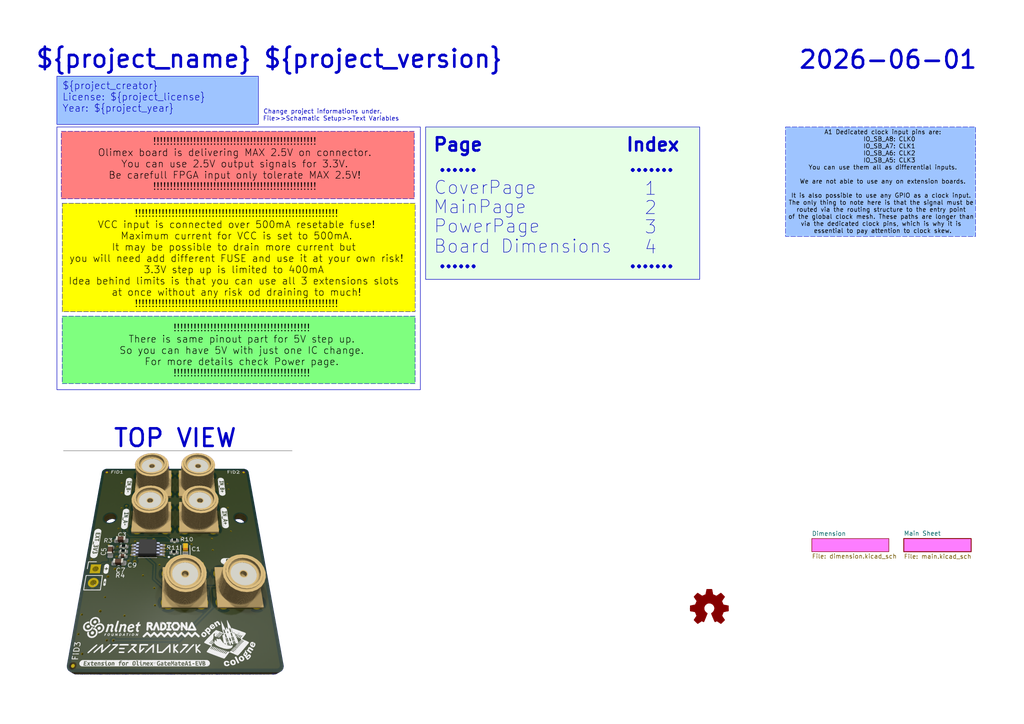
<source format=kicad_sch>
(kicad_sch (version 20250114) (generator "eeschema") (generator_version "9.0")
  (paper "A4")
  (title_block (title "${project_name} ${project_version}") (date "2024-12-02") (rev "${project_version}") (company "${project_creator}") (comment 1 "${project_license}"))
  (lib_symbols
    (symbol "Graphic:Logo_Open_Hardware_Small" (in_bom no) (on_board no)
      (symbol "Logo_Open_Hardware_Small_0_1"
        (polyline (pts (xy 3.3528 -4.3434) (xy 3.302 -4.318) (xy 3.175 -4.2418) (xy 2.9972 -4.1148) (xy 2.7686 -3.9624) (xy 2.54 -3.81) (xy 2.3622 -3.7084) (xy 2.2352 -3.6068) (xy 2.1844 -3.5814) (xy 2.159 -3.6068) (xy 2.0574 -3.6576) (xy 1.905 -3.7338) (xy 1.8034 -3.7846) (xy 1.6764 -3.8354) (xy 1.6002 -3.8354) (xy 1.6002 -3.8354) (xy 1.5494 -3.7338) (xy 1.4732 -3.5306) (xy 1.3462 -3.302) (xy 1.2446 -3.0226) (xy 1.1176 -2.7178) (xy 0.9652 -2.413) (xy 0.8636 -2.1082) (xy 0.7366 -1.8288) (xy 0.6604 -1.6256) (xy 0.6096 -1.4732) (xy 0.5842 -1.397) (xy 0.5842 -1.397) (xy 0.6604 -1.3208) (xy 0.7874 -1.2446) (xy 1.0414 -1.016) (xy 1.2954 -0.6858) (xy 1.4478 -0.3302) (xy 1.524 0.0762) (xy 1.4732 0.4572) (xy 1.3208 0.8128) (xy 1.0668 1.143) (xy 0.762 1.3716) (xy 0.4064 1.524) (xy 0 1.5748) (xy -0.381 1.5494) (xy -0.7366 1.397) (xy -1.0668 1.143) (xy -1.2192 0.9906) (xy -1.397 0.6604) (xy -1.524 0.3048) (xy -1.524 0.2286) (xy -1.4986 -0.1778) (xy -1.397 -0.5334) (xy -1.1938 -0.8636) (xy -0.9144 -1.143) (xy -0.8636 -1.1684) (xy -0.7366 -1.27) (xy -0.635 -1.3462) (xy -0.5842 -1.397) (xy -1.0668 -2.5908) (xy -1.143 -2.794) (xy -1.2954 -3.1242) (xy -1.397 -3.4036) (xy -1.4986 -3.6322) (xy -1.5748 -3.7846) (xy -1.6002 -3.8354) (xy -1.6002 -3.8354) (xy -1.651 -3.8354) (xy -1.7272 -3.81) (xy -1.905 -3.7338) (xy -2.0066 -3.683) (xy -2.1336 -3.6068) (xy -2.2098 -3.5814) (xy -2.2606 -3.6068) (xy -2.3622 -3.683) (xy -2.54 -3.81) (xy -2.7686 -3.9624) (xy -2.9718 -4.0894) (xy -3.1496 -4.2164) (xy -3.302 -4.318) (xy -3.3528 -4.3434) (xy -3.3782 -4.3434) (xy -3.429 -4.318) (xy -3.5306 -4.2164) (xy -3.7084 -4.064) (xy -3.937 -3.8354) (xy -3.9624 -3.81) (xy -4.1656 -3.6068) (xy -4.318 -3.4544) (xy -4.4196 -3.3274) (xy -4.445 -3.2766) (xy -4.445 -3.2766) (xy -4.4196 -3.2258) (xy -4.318 -3.0734) (xy -4.2164 -2.8956) (xy -4.064 -2.667) (xy -3.6576 -2.0828) (xy -3.8862 -1.5494) (xy -3.937 -1.3716) (xy -4.0386 -1.1684) (xy -4.0894 -1.0414) (xy -4.1148 -0.9652) (xy -4.191 -0.9398) (xy -4.318 -0.9144) (xy -4.5466 -0.8636) (xy -4.8006 -0.8128) (xy -5.0546 -0.7874) (xy -5.2578 -0.7366) (xy -5.4356 -0.7112) (xy -5.5118 -0.6858) (xy -5.5118 -0.6858) (xy -5.5372 -0.635) (xy -5.5372 -0.5588) (xy -5.5372 -0.4318) (xy -5.5626 -0.2286) (xy -5.5626 0.0762) (xy -5.5626 0.127) (xy -5.5372 0.4064) (xy -5.5372 0.635) (xy -5.5372 0.762) (xy -5.5372 0.8382) (xy -5.5372 0.8382) (xy -5.461 0.8382) (xy -5.3086 0.889) (xy -5.08 0.9144) (xy -4.826 0.9652) (xy -4.8006 0.9906) (xy -4.5466 1.0414) (xy -4.318 1.0668) (xy -4.1656 1.1176) (xy -4.0894 1.143) (xy -4.0894 1.143) (xy -4.0386 1.2446) (xy -3.9624 1.4224) (xy -3.8608 1.6256) (xy -3.7846 1.8288) (xy -3.7084 2.0066) (xy -3.6576 2.159) (xy -3.6322 2.2098) (xy -3.6322 2.2098) (xy -3.683 2.286) (xy -3.7592 2.413) (xy -3.8862 2.5908) (xy -4.064 2.8194) (xy -4.064 2.8448) (xy -4.2164 3.0734) (xy -4.3434 3.2512) (xy -4.4196 3.3782) (xy -4.445 3.4544) (xy -4.445 3.4544) (xy -4.3942 3.5052) (xy -4.2926 3.6322) (xy -4.1148 3.81) (xy -3.937 4.0132) (xy -3.8608 4.064) (xy -3.6576 4.2926) (xy -3.5052 4.4196) (xy -3.4036 4.4958) (xy -3.3528 4.5212) (xy -3.3528 4.5212) (xy -3.302 4.4704) (xy -3.1496 4.3688) (xy -2.9718 4.2418) (xy -2.7432 4.0894) (xy -2.7178 4.0894) (xy -2.4892 3.937) (xy -2.3114 3.81) (xy -2.1844 3.7084) (xy -2.1336 3.683) (xy -2.1082 3.683) (xy -2.032 3.7084) (xy -1.8542 3.7592) (xy -1.6764 3.8354) (xy -1.4732 3.937) (xy -1.27 4.0132) (xy -1.143 4.064) (xy -1.0668 4.1148) (xy -1.0668 4.1148) (xy -1.0414 4.191) (xy -1.016 4.3434) (xy -0.9652 4.572) (xy -0.9144 4.8514) (xy -0.889 4.9022) (xy -0.8382 5.1562) (xy -0.8128 5.3848) (xy -0.7874 5.5372) (xy -0.762 5.588) (xy -0.7112 5.6134) (xy -0.5842 5.6134) (xy -0.4064 5.6134) (xy -0.1524 5.6134) (xy 0.0762 5.6134) (xy 0.3302 5.6134) (xy 0.5334 5.6134) (xy 0.6858 5.588) (xy 0.7366 5.588) (xy 0.7366 5.588) (xy 0.762 5.5118) (xy 0.8128 5.334) (xy 0.8382 5.1054) (xy 0.9144 4.826) (xy 0.9144 4.7752) (xy 0.9652 4.5212) (xy 1.016 4.2926) (xy 1.0414 4.1402) (xy 1.0668 4.0894) (xy 1.0668 4.0894) (xy 1.1938 4.0386) (xy 1.3716 3.9624) (xy 1.5748 3.8608) (xy 2.0828 3.6576) (xy 2.7178 4.0894) (xy 2.7686 4.1402) (xy 2.9972 4.2926) (xy 3.175 4.4196) (xy 3.302 4.4958) (xy 3.3782 4.5212) (xy 3.3782 4.5212) (xy 3.429 4.4704) (xy 3.556 4.3434) (xy 3.7338 4.191) (xy 3.9116 3.9878) (xy 4.064 3.8354) (xy 4.2418 3.6576) (xy 4.3434 3.556) (xy 4.4196 3.4798) (xy 4.4196 3.429) (xy 4.4196 3.4036) (xy 4.3942 3.3274) (xy 4.2926 3.2004) (xy 4.1656 2.9972) (xy 4.0132 2.794) (xy 3.8862 2.5908) (xy 3.7592 2.3876) (xy 3.6576 2.2352) (xy 3.6322 2.159) (xy 3.6322 2.1336) (xy 3.683 2.0066) (xy 3.7592 1.8288) (xy 3.8608 1.6002) (xy 4.064 1.1176) (xy 4.3942 1.0414) (xy 4.5974 1.016) (xy 4.8768 0.9652) (xy 5.1308 0.9144) (xy 5.5372 0.8382) (xy 5.5626 -0.6604) (xy 5.4864 -0.6858) (xy 5.4356 -0.6858) (xy 5.2832 -0.7366) (xy 5.0546 -0.762) (xy 4.8006 -0.8128) (xy 4.5974 -0.8636) (xy 4.3688 -0.9144) (xy 4.2164 -0.9398) (xy 4.1402 -0.9398) (xy 4.1148 -0.9652) (xy 4.064 -1.0668) (xy 3.9878 -1.2446) (xy 3.9116 -1.4478) (xy 3.81 -1.651) (xy 3.7338 -1.8542) (xy 3.683 -2.0066) (xy 3.6576 -2.0828) (xy 3.683 -2.1336) (xy 3.7846 -2.2606) (xy 3.8862 -2.4638) (xy 4.0386 -2.667) (xy 4.191 -2.8956) (xy 4.318 -3.0734) (xy 4.3942 -3.2004) (xy 4.445 -3.2766) (xy 4.4196 -3.3274) (xy 4.3434 -3.429) (xy 4.1656 -3.5814) (xy 3.937 -3.8354) (xy 3.8862 -3.8608) (xy 3.683 -4.064) (xy 3.5306 -4.2164) (xy 3.4036 -4.318) (xy 3.3528 -4.3434)) (fill (type outline)))
      )
    )
  )
  (rectangle (start 227.838 36.83) (end 282.956 68.58) (stroke (width 0.127) (type dash)) (fill (type color) (color 158 196 255 1)))
  (rectangle (start 18.034 58.928) (end 120.396 90.424) (stroke (width 0.127) (type dash)) (fill (type color) (color 255 255 0 1)))
  (rectangle (start 16.51 36.83) (end 121.92 113.03))
  (rectangle (start 17.78 38.1) (end 120.142 57.658) (stroke (width 0.127) (type dash)) (fill (type color) (color 255 0 0 0.5)))
  (rectangle (start 123.444 36.83) (end 202.946 81.026) (fill (type color) (color 0 255 0 0.1)))
  (rectangle (start 18.034 91.694) (end 120.396 111.252) (stroke (width 0.127) (type dash)) (fill (type color) (color 0 255 0 0.5)))
  (text "3" (at 188.722 66.04 0) (effects (font (size 3.81 3.81))))
  (text "         Index" (at 176.276 42.164 0) (effects (font (size 3.81 3.81) (thickness 0.762) (bold yes))))
  (text "!!!!!!!!!!!!!!!!!!!!!!!!!!!!!!!!!!!!!!!!!!!!!!!!!!!!!!!!!!!!!\nVCC input is connected over 500mA resetable fuse!\nMaximum current for VCC is set to 500mA.\nIt may be possible to drain more current but \nyou will need add different FUSE and use it at your own risk!\n3.3V step up is limited to 400mA \nIdea behind limits is that you can use all 3 extensions slots \nat once without any risk od draining to much!\n!!!!!!!!!!!!!!!!!!!!!!!!!!!!!!!!!!!!!!!!!!!!!!!!!!!!!!!!!!!!!" (at 68.58 75.184 0) (effects (font (size 2.032 2.032))))
  (text "2" (at 188.722 60.452 0) (effects (font (size 3.81 3.81))))
  (text "!!!!!!!!!!!!!!!!!!!!!!!!!!!!!!!!!!!!!!!!!!!!!!!!!\nOlimex board is delivering MAX 2.5V on connector.\nYou can use 2.5V output signals for 3.3V.\nBe carefull FPGA input only tolerate MAX 2.5V!\n!!!!!!!!!!!!!!!!!!!!!!!!!!!!!!!!!!!!!!!!!!!!!!!!!" (at 68.072 47.752 0) (effects (font (size 2.032 2.032))))
  (text "!!!!!!!!!!!!!!!!!!!!!!!!!!!!!!!!!!!!!!!!!\nThere is same pinout part for 5V step up.\nSo you can have 5V with just one IC change.\nFor more details check Power page.\n!!!!!!!!!!!!!!!!!!!!!!!!!!!!!!!!!!!!!!!!!" (at 70.104 101.854 0) (effects (font (size 2.032 2.032))))
  (text "......" (at 132.842 75.946 0) (effects (font (size 3.81 3.81) (thickness 0.762) (bold yes))))
  (text "PowerPage" (at 141.224 65.786 0) (effects (font (size 3.81 3.81))))
  (text "Change project informations under.     \nFile>>Schamatic Setup>>Text Variables" (at 96.012 33.528 0) (effects (font (size 1.27 1.27))))
  (text "......" (at 132.842 48.006 0) (effects (font (size 3.81 3.81) (thickness 0.762) (bold yes))))
  (text "......." (at 188.976 75.946 0) (effects (font (size 3.81 3.81) (thickness 0.762) (bold yes))))
  (text "A1 Dedicated clock input pins are:\n    IO_SB_A8: CLK0\n    IO_SB_A7: CLK1\n    IO_SB_A6: CLK2\n    IO_SB_A5: CLK3\nYou can use them all as differential inputs.\n\nWe are not able to use any on extension boards.\n\nIt is also possible to use any GPIO as a clock input. \nThe only thing to note here is that the signal must be \nrouted via the routing structure to the entry point \nof the global clock mesh. These paths are longer than \nvia the dedicated clock pins, which is why it is \nessential to pay attention to clock skew." (at 256.032 52.832 0) (effects (font (size 1.27 1.27))))
  (text "CoverPage" (at 140.716 54.61 0) (effects (font (size 3.81 3.81))))
  (text "Board Dimensions" (at 151.638 71.628 0) (effects (font (size 3.81 3.81))))
  (text "4" (at 188.722 71.882 0) (effects (font (size 3.81 3.81))))
  (text "......." (at 188.976 48.006 0) (effects (font (size 3.81 3.81) (thickness 0.762) (bold yes))))
  (text "1" (at 188.722 54.864 0) (effects (font (size 3.81 3.81))))
  (text "MainPage" (at 139.192 60.198 0) (effects (font (size 3.81 3.81))))
  (text "${CURRENT_DATE}" (at 257.556 17.526 0) (effects (font (size 5.08 5.08) (thickness 0.762) (bold yes))))
  (text "${project_name} ${project_version} " (at 80.01 17.272 0) (effects (font (size 5.08 5.08) (thickness 0.762) (bold yes))))
  (text "TOP VIEW" (at 50.8 127.254 0) (effects (font (size 5.08 5.08) (thickness 0.762) (bold yes))))
  (text "Page" (at 132.842 42.164 0) (effects (font (size 3.81 3.81) (thickness 0.762) (bold yes))))
  (text_box "${project_creator}\nLicense: ${project_license}\nYear: ${project_year}" (at 16.51 22.098 0) (size 58.42 13.97) (margins 1.524 1.524 1.524 1.524) (fill (type color) (color 158 196 255 1)) (effects (font (size 2.032 2.032)) (justify left top)))
  (image (at 51.562 163.576) (scale 0.208621))
  (symbol (lib_id "Graphic:Logo_Open_Hardware_Small") (at 205.74 176.53 0) (unit 1) (exclude_from_sim yes) (in_bom no) (on_board no)
    (property "Reference" "#SYM1" (effects (hide yes)))
    (property "Value" "Logo_Open_Hardware_Small" (effects (hide yes)))
    (property "Description" "Open Hardware logo, small" (effects (hide yes)))
  )
  (sheet (at 235.458 156.21) (size 22.352 3.81) (stroke (width 0.1524)) (fill (color 251 0 255 0.5098))
    (property "Sheetname" "Dimension" (at 235.458 155.4984 0) (effects (justify left bottom)))
    (property "Sheetfile" "dimension.kicad_sch" (at 235.458 160.6046 0) (effects (justify left top)))
  )
  (sheet (at 262.128 156.21) (size 19.558 3.81) (stroke (width 0.254)) (fill (color 251 0 255 0.5100))
    (property "Sheetname" "Main Sheet" (at 262.128 155.4476 0) (effects (justify left bottom)))
    (property "Sheetfile" "main.kicad_sch" (at 262.128 160.6554 0) (effects (justify left top)))
  )
)
</source>
